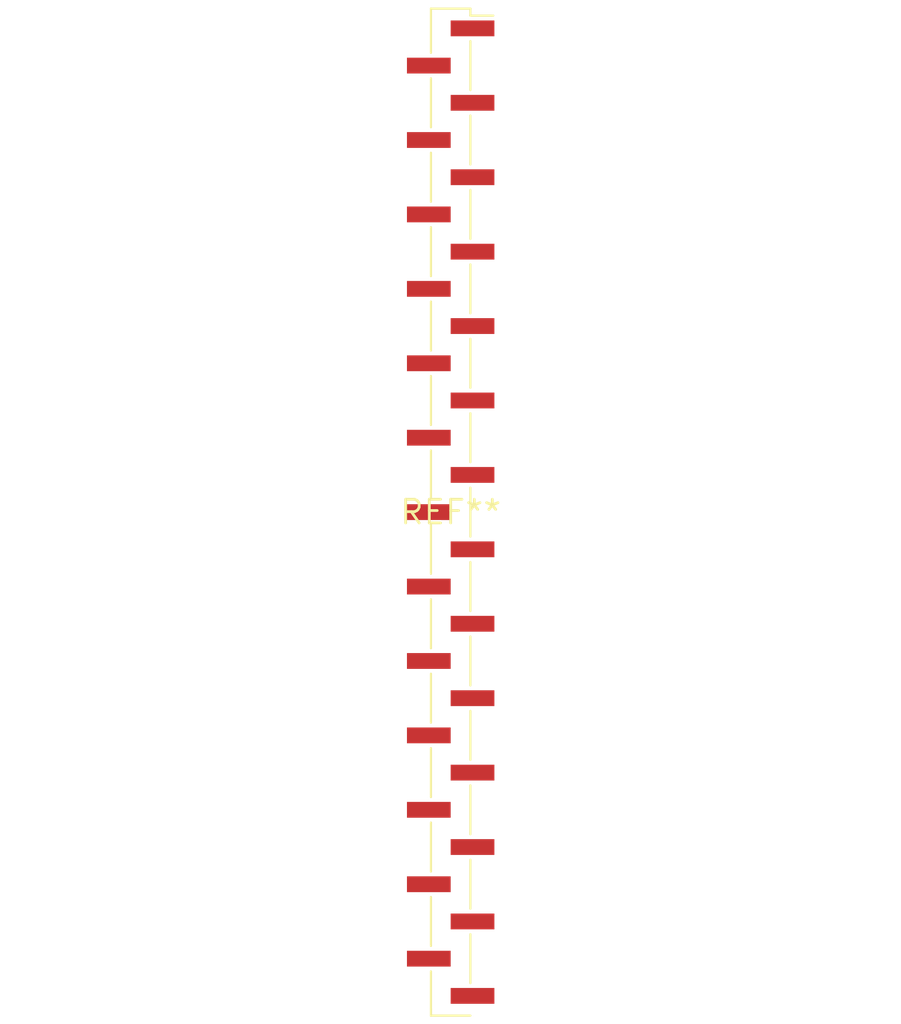
<source format=kicad_pcb>
(kicad_pcb (version 20240108) (generator pcbnew)
  (layers (0 "F.Cu" signal) (31 "B.Cu" signal) (34 "B.Paste" user) (35 "F.Paste" user) (36 "B.SilkS" user "B.Silkscreen") (37 "F.SilkS" user "F.Silkscreen") (38 "B.Mask" user) (39 "F.Mask" user) (44 "Edge.Cuts" user))
  (net 0 "")
  (footprint "PinHeader_1x27_P2.00mm_Vertical_SMD_Pin1Right" (layer "F.Cu") (at 0 0)
    (property "Reference" "REF**")
    (property "Value" "PinHeader_1x27_P2.00mm_Vertical_SMD_Pin1Right")
    (fp_line (start -1.06 -27.06) (end -1.06 -24.685) (layer "F.SilkS") (stroke (width 0.12)))
    (fp_line (start -1.06 -27.06) (end 1.06 -27.06) (layer "F.SilkS") (stroke (width 0.12)))
    (fp_line (start -1.06 -23.315) (end -1.06 -20.685) (layer "F.SilkS") (stroke (width 0.12)))
    (fp_line (start -1.06 -19.315) (end -1.06 -16.685) (layer "F.SilkS") (stroke (width 0.12)))
    (fp_line (start -1.06 -15.315) (end -1.06 -12.685) (layer "F.SilkS") (stroke (width 0.12)))
    (fp_line (start -1.06 -11.315) (end -1.06 -8.685) (layer "F.SilkS") (stroke (width 0.12)))
    (fp_line (start -1.06 -7.315) (end -1.06 -4.685) (layer "F.SilkS") (stroke (width 0.12)))
    (fp_line (start -1.06 -3.315) (end -1.06 -0.685) (layer "F.SilkS") (stroke (width 0.12)))
    (fp_line (start -1.06 0.685) (end -1.06 3.315) (layer "F.SilkS") (stroke (width 0.12)))
    (fp_line (start -1.06 4.685) (end -1.06 7.315) (layer "F.SilkS") (stroke (width 0.12)))
    (fp_line (start -1.06 8.685) (end -1.06 11.315) (layer "F.SilkS") (stroke (width 0.12)))
    (fp_line (start -1.06 12.685) (end -1.06 15.315) (layer "F.SilkS") (stroke (width 0.12)))
    (fp_line (start -1.06 16.685) (end -1.06 19.315) (layer "F.SilkS") (stroke (width 0.12)))
    (fp_line (start -1.06 20.685) (end -1.06 23.315) (layer "F.SilkS") (stroke (width 0.12)))
    (fp_line (start -1.06 24.685) (end -1.06 27.06) (layer "F.SilkS") (stroke (width 0.12)))
    (fp_line (start -1.06 26.685) (end -1.06 27.06) (layer "F.SilkS") (stroke (width 0.12)))
    (fp_line (start -1.06 27.06) (end 1.06 27.06) (layer "F.SilkS") (stroke (width 0.12)))
    (fp_line (start 1.06 -27.06) (end 1.06 -26.685) (layer "F.SilkS") (stroke (width 0.12)))
    (fp_line (start 1.06 -26.685) (end 2.29 -26.685) (layer "F.SilkS") (stroke (width 0.12)))
    (fp_line (start 1.06 -25.315) (end 1.06 -22.685) (layer "F.SilkS") (stroke (width 0.12)))
    (fp_line (start 1.06 -21.315) (end 1.06 -18.685) (layer "F.SilkS") (stroke (width 0.12)))
    (fp_line (start 1.06 -17.315) (end 1.06 -14.685) (layer "F.SilkS") (stroke (width 0.12)))
    (fp_line (start 1.06 -13.315) (end 1.06 -10.685) (layer "F.SilkS") (stroke (width 0.12)))
    (fp_line (start 1.06 -9.315) (end 1.06 -6.685) (layer "F.SilkS") (stroke (width 0.12)))
    (fp_line (start 1.06 -5.315) (end 1.06 -2.685) (layer "F.SilkS") (stroke (width 0.12)))
    (fp_line (start 1.06 -1.315) (end 1.06 1.315) (layer "F.SilkS") (stroke (width 0.12)))
    (fp_line (start 1.06 2.685) (end 1.06 5.315) (layer "F.SilkS") (stroke (width 0.12)))
    (fp_line (start 1.06 6.685) (end 1.06 9.315) (layer "F.SilkS") (stroke (width 0.12)))
    (fp_line (start 1.06 10.685) (end 1.06 13.315) (layer "F.SilkS") (stroke (width 0.12)))
    (fp_line (start 1.06 14.685) (end 1.06 17.315) (layer "F.SilkS") (stroke (width 0.12)))
    (fp_line (start 1.06 18.685) (end 1.06 21.315) (layer "F.SilkS") (stroke (width 0.12)))
    (fp_line (start 1.06 22.685) (end 1.06 25.315) (layer "F.SilkS") (stroke (width 0.12)))
    (pad "1" smd rect (at 1.175 -26) (size 2.35 0.85) (layers "F.Cu" "F.Paste" "F.Mask"))
    (pad "2" smd rect (at -1.175 -24) (size 2.35 0.85) (layers "F.Cu" "F.Paste" "F.Mask"))
    (pad "3" smd rect (at 1.175 -22) (size 2.35 0.85) (layers "F.Cu" "F.Paste" "F.Mask"))
    (pad "4" smd rect (at -1.175 -20) (size 2.35 0.85) (layers "F.Cu" "F.Paste" "F.Mask"))
    (pad "5" smd rect (at 1.175 -18) (size 2.35 0.85) (layers "F.Cu" "F.Paste" "F.Mask"))
    (pad "6" smd rect (at -1.175 -16) (size 2.35 0.85) (layers "F.Cu" "F.Paste" "F.Mask"))
    (pad "7" smd rect (at 1.175 -14) (size 2.35 0.85) (layers "F.Cu" "F.Paste" "F.Mask"))
    (pad "8" smd rect (at -1.175 -12) (size 2.35 0.85) (layers "F.Cu" "F.Paste" "F.Mask"))
    (pad "9" smd rect (at 1.175 -10) (size 2.35 0.85) (layers "F.Cu" "F.Paste" "F.Mask"))
    (pad "10" smd rect (at -1.175 -8) (size 2.35 0.85) (layers "F.Cu" "F.Paste" "F.Mask"))
    (pad "11" smd rect (at 1.175 -6) (size 2.35 0.85) (layers "F.Cu" "F.Paste" "F.Mask"))
    (pad "12" smd rect (at -1.175 -4) (size 2.35 0.85) (layers "F.Cu" "F.Paste" "F.Mask"))
    (pad "13" smd rect (at 1.175 -2) (size 2.35 0.85) (layers "F.Cu" "F.Paste" "F.Mask"))
    (pad "14" smd rect (at -1.175 0) (size 2.35 0.85) (layers "F.Cu" "F.Paste" "F.Mask"))
    (pad "15" smd rect (at 1.175 2) (size 2.35 0.85) (layers "F.Cu" "F.Paste" "F.Mask"))
    (pad "16" smd rect (at -1.175 4) (size 2.35 0.85) (layers "F.Cu" "F.Paste" "F.Mask"))
    (pad "17" smd rect (at 1.175 6) (size 2.35 0.85) (layers "F.Cu" "F.Paste" "F.Mask"))
    (pad "18" smd rect (at -1.175 8) (size 2.35 0.85) (layers "F.Cu" "F.Paste" "F.Mask"))
    (pad "19" smd rect (at 1.175 10) (size 2.35 0.85) (layers "F.Cu" "F.Paste" "F.Mask"))
    (pad "20" smd rect (at -1.175 12) (size 2.35 0.85) (layers "F.Cu" "F.Paste" "F.Mask"))
    (pad "21" smd rect (at 1.175 14) (size 2.35 0.85) (layers "F.Cu" "F.Paste" "F.Mask"))
    (pad "22" smd rect (at -1.175 16) (size 2.35 0.85) (layers "F.Cu" "F.Paste" "F.Mask"))
    (pad "23" smd rect (at 1.175 18) (size 2.35 0.85) (layers "F.Cu" "F.Paste" "F.Mask"))
    (pad "24" smd rect (at -1.175 20) (size 2.35 0.85) (layers "F.Cu" "F.Paste" "F.Mask"))
    (pad "25" smd rect (at 1.175 22) (size 2.35 0.85) (layers "F.Cu" "F.Paste" "F.Mask"))
    (pad "26" smd rect (at -1.175 24) (size 2.35 0.85) (layers "F.Cu" "F.Paste" "F.Mask"))
    (pad "27" smd rect (at 1.175 26) (size 2.35 0.85) (layers "F.Cu" "F.Paste" "F.Mask"))
  )
)
</source>
